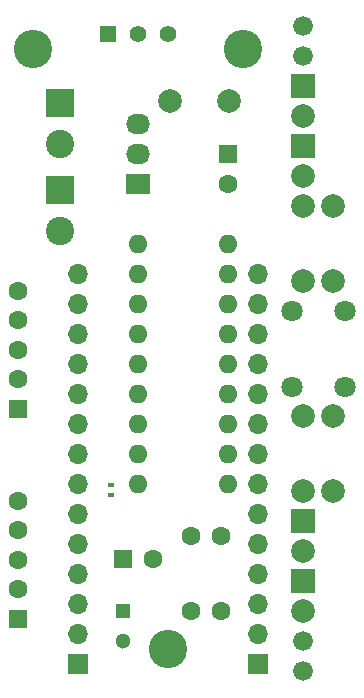
<source format=gts>
G04 #@! TF.FileFunction,Soldermask,Top*
%FSLAX46Y46*%
G04 Gerber Fmt 4.6, Leading zero omitted, Abs format (unit mm)*
G04 Created by KiCad (PCBNEW 4.0.7) date 11/30/19 11:05:29*
%MOMM*%
%LPD*%
G01*
G04 APERTURE LIST*
%ADD10C,0.100000*%
%ADD11C,2.000000*%
%ADD12C,1.676400*%
%ADD13R,2.000000X2.000000*%
%ADD14R,1.600000X1.600000*%
%ADD15C,1.600000*%
%ADD16R,1.700000X1.700000*%
%ADD17O,1.700000X1.700000*%
%ADD18R,1.300000X1.300000*%
%ADD19C,1.300000*%
%ADD20O,1.600000X1.600000*%
%ADD21C,3.250000*%
%ADD22R,2.032000X1.727200*%
%ADD23O,2.032000X1.727200*%
%ADD24R,1.397000X1.397000*%
%ADD25C,1.397000*%
%ADD26C,2.400000*%
%ADD27R,2.400000X2.400000*%
%ADD28C,1.998980*%
%ADD29C,1.800000*%
%ADD30R,0.600000X0.400000*%
G04 APERTURE END LIST*
D10*
D11*
X137327000Y-67945000D03*
X142327000Y-67945000D03*
D12*
X148590000Y-116205000D03*
X148590000Y-113665000D03*
D11*
X148590000Y-106045000D03*
D13*
X148590000Y-103505000D03*
D14*
X124460000Y-111760000D03*
D15*
X124460000Y-109260000D03*
X124460000Y-106760000D03*
X124460000Y-104260000D03*
X124460000Y-101760000D03*
D14*
X133350000Y-106680000D03*
D15*
X135850000Y-106680000D03*
D16*
X144780000Y-115570000D03*
D17*
X144780000Y-113030000D03*
X144780000Y-110490000D03*
X144780000Y-107950000D03*
X144780000Y-105410000D03*
X144780000Y-102870000D03*
X144780000Y-100330000D03*
X144780000Y-97790000D03*
X144780000Y-95250000D03*
X144780000Y-92710000D03*
X144780000Y-90170000D03*
X144780000Y-87630000D03*
X144780000Y-85090000D03*
X144780000Y-82550000D03*
D18*
X133350000Y-111125000D03*
D19*
X133350000Y-113625000D03*
D20*
X142240000Y-100330000D03*
X142240000Y-97790000D03*
X142240000Y-95250000D03*
X142240000Y-92710000D03*
X142240000Y-90170000D03*
X142240000Y-87630000D03*
X142240000Y-85090000D03*
X142240000Y-82550000D03*
X142240000Y-80010000D03*
X134620000Y-80010000D03*
X134620000Y-82550000D03*
X134620000Y-85090000D03*
X134620000Y-87630000D03*
X134620000Y-90170000D03*
X134620000Y-92710000D03*
X134620000Y-95250000D03*
X134620000Y-97790000D03*
X134620000Y-100330000D03*
D14*
X124460000Y-93980000D03*
D15*
X124460000Y-91480000D03*
X124460000Y-88980000D03*
X124460000Y-86480000D03*
X124460000Y-83980000D03*
D21*
X137160000Y-114300000D03*
X143510000Y-63500000D03*
X125730000Y-63500000D03*
D15*
X142240000Y-74890000D03*
D14*
X142240000Y-72390000D03*
D22*
X134620000Y-74930000D03*
D23*
X134620000Y-72390000D03*
X134620000Y-69850000D03*
D24*
X132080000Y-62230000D03*
D25*
X134620000Y-62230000D03*
X137160000Y-62230000D03*
D26*
X128016000Y-71572000D03*
D27*
X128016000Y-68072000D03*
D26*
X128016000Y-78938000D03*
D27*
X128016000Y-75438000D03*
D11*
X148590000Y-74295000D03*
D13*
X148590000Y-71755000D03*
D28*
X148590000Y-94615000D03*
X148590000Y-100965000D03*
X151130000Y-83185000D03*
X151130000Y-76835000D03*
X151130000Y-94615000D03*
X151130000Y-100965000D03*
X148590000Y-83185000D03*
X148590000Y-76835000D03*
D15*
X141605000Y-111125000D03*
X141605000Y-104775000D03*
X139065000Y-111125000D03*
X139065000Y-104775000D03*
D29*
X147610000Y-85650000D03*
X152110000Y-85650000D03*
X147610000Y-92150000D03*
X152110000Y-92150000D03*
D16*
X129540000Y-115570000D03*
D17*
X129540000Y-113030000D03*
X129540000Y-110490000D03*
X129540000Y-107950000D03*
X129540000Y-105410000D03*
X129540000Y-102870000D03*
X129540000Y-100330000D03*
X129540000Y-97790000D03*
X129540000Y-95250000D03*
X129540000Y-92710000D03*
X129540000Y-90170000D03*
X129540000Y-87630000D03*
X129540000Y-85090000D03*
X129540000Y-82550000D03*
D30*
X132334000Y-100388000D03*
X132334000Y-101288000D03*
D11*
X148590000Y-111125000D03*
D13*
X148590000Y-108585000D03*
D11*
X148590000Y-69215000D03*
D13*
X148590000Y-66675000D03*
D12*
X148590000Y-64135000D03*
X148590000Y-61595000D03*
M02*

</source>
